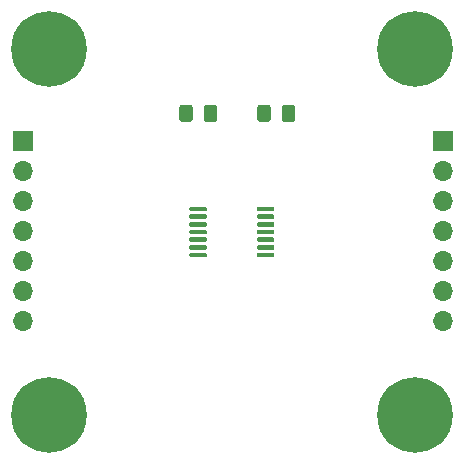
<source format=gbr>
%TF.GenerationSoftware,KiCad,Pcbnew,(5.1.10)-1*%
%TF.CreationDate,2021-11-06T00:44:08+01:00*%
%TF.ProjectId,AS5047D_breakout,41533530-3437-4445-9f62-7265616b6f75,rev?*%
%TF.SameCoordinates,Original*%
%TF.FileFunction,Soldermask,Top*%
%TF.FilePolarity,Negative*%
%FSLAX46Y46*%
G04 Gerber Fmt 4.6, Leading zero omitted, Abs format (unit mm)*
G04 Created by KiCad (PCBNEW (5.1.10)-1) date 2021-11-06 00:44:08*
%MOMM*%
%LPD*%
G01*
G04 APERTURE LIST*
%ADD10O,1.700000X1.700000*%
%ADD11R,1.700000X1.700000*%
%ADD12C,6.400000*%
G04 APERTURE END LIST*
%TO.C,C2*%
G36*
G01*
X237950000Y-97525000D02*
X237950000Y-98475000D01*
G75*
G02*
X237700000Y-98725000I-250000J0D01*
G01*
X237025000Y-98725000D01*
G75*
G02*
X236775000Y-98475000I0J250000D01*
G01*
X236775000Y-97525000D01*
G75*
G02*
X237025000Y-97275000I250000J0D01*
G01*
X237700000Y-97275000D01*
G75*
G02*
X237950000Y-97525000I0J-250000D01*
G01*
G37*
G36*
G01*
X240025000Y-97525000D02*
X240025000Y-98475000D01*
G75*
G02*
X239775000Y-98725000I-250000J0D01*
G01*
X239100000Y-98725000D01*
G75*
G02*
X238850000Y-98475000I0J250000D01*
G01*
X238850000Y-97525000D01*
G75*
G02*
X239100000Y-97275000I250000J0D01*
G01*
X239775000Y-97275000D01*
G75*
G02*
X240025000Y-97525000I0J-250000D01*
G01*
G37*
%TD*%
%TO.C,C1*%
G36*
G01*
X245450000Y-98475000D02*
X245450000Y-97525000D01*
G75*
G02*
X245700000Y-97275000I250000J0D01*
G01*
X246375000Y-97275000D01*
G75*
G02*
X246625000Y-97525000I0J-250000D01*
G01*
X246625000Y-98475000D01*
G75*
G02*
X246375000Y-98725000I-250000J0D01*
G01*
X245700000Y-98725000D01*
G75*
G02*
X245450000Y-98475000I0J250000D01*
G01*
G37*
G36*
G01*
X243375000Y-98475000D02*
X243375000Y-97525000D01*
G75*
G02*
X243625000Y-97275000I250000J0D01*
G01*
X244300000Y-97275000D01*
G75*
G02*
X244550000Y-97525000I0J-250000D01*
G01*
X244550000Y-98475000D01*
G75*
G02*
X244300000Y-98725000I-250000J0D01*
G01*
X243625000Y-98725000D01*
G75*
G02*
X243375000Y-98475000I0J250000D01*
G01*
G37*
%TD*%
D10*
%TO.C,J2*%
X259080000Y-115570000D03*
X259080000Y-113030000D03*
X259080000Y-110490000D03*
X259080000Y-107950000D03*
X259080000Y-105410000D03*
X259080000Y-102870000D03*
D11*
X259080000Y-100330000D03*
%TD*%
D10*
%TO.C,J1*%
X223520000Y-115570000D03*
X223520000Y-113030000D03*
X223520000Y-110490000D03*
X223520000Y-107950000D03*
X223520000Y-105410000D03*
X223520000Y-102870000D03*
D11*
X223520000Y-100330000D03*
%TD*%
%TO.C,U1*%
G36*
G01*
X243375000Y-106200000D02*
X243375000Y-106000000D01*
G75*
G02*
X243475000Y-105900000I100000J0D01*
G01*
X244750000Y-105900000D01*
G75*
G02*
X244850000Y-106000000I0J-100000D01*
G01*
X244850000Y-106200000D01*
G75*
G02*
X244750000Y-106300000I-100000J0D01*
G01*
X243475000Y-106300000D01*
G75*
G02*
X243375000Y-106200000I0J100000D01*
G01*
G37*
G36*
G01*
X243375000Y-106850000D02*
X243375000Y-106650000D01*
G75*
G02*
X243475000Y-106550000I100000J0D01*
G01*
X244750000Y-106550000D01*
G75*
G02*
X244850000Y-106650000I0J-100000D01*
G01*
X244850000Y-106850000D01*
G75*
G02*
X244750000Y-106950000I-100000J0D01*
G01*
X243475000Y-106950000D01*
G75*
G02*
X243375000Y-106850000I0J100000D01*
G01*
G37*
G36*
G01*
X243375000Y-107500000D02*
X243375000Y-107300000D01*
G75*
G02*
X243475000Y-107200000I100000J0D01*
G01*
X244750000Y-107200000D01*
G75*
G02*
X244850000Y-107300000I0J-100000D01*
G01*
X244850000Y-107500000D01*
G75*
G02*
X244750000Y-107600000I-100000J0D01*
G01*
X243475000Y-107600000D01*
G75*
G02*
X243375000Y-107500000I0J100000D01*
G01*
G37*
G36*
G01*
X243375000Y-108150000D02*
X243375000Y-107950000D01*
G75*
G02*
X243475000Y-107850000I100000J0D01*
G01*
X244750000Y-107850000D01*
G75*
G02*
X244850000Y-107950000I0J-100000D01*
G01*
X244850000Y-108150000D01*
G75*
G02*
X244750000Y-108250000I-100000J0D01*
G01*
X243475000Y-108250000D01*
G75*
G02*
X243375000Y-108150000I0J100000D01*
G01*
G37*
G36*
G01*
X243375000Y-108800000D02*
X243375000Y-108600000D01*
G75*
G02*
X243475000Y-108500000I100000J0D01*
G01*
X244750000Y-108500000D01*
G75*
G02*
X244850000Y-108600000I0J-100000D01*
G01*
X244850000Y-108800000D01*
G75*
G02*
X244750000Y-108900000I-100000J0D01*
G01*
X243475000Y-108900000D01*
G75*
G02*
X243375000Y-108800000I0J100000D01*
G01*
G37*
G36*
G01*
X243375000Y-109450000D02*
X243375000Y-109250000D01*
G75*
G02*
X243475000Y-109150000I100000J0D01*
G01*
X244750000Y-109150000D01*
G75*
G02*
X244850000Y-109250000I0J-100000D01*
G01*
X244850000Y-109450000D01*
G75*
G02*
X244750000Y-109550000I-100000J0D01*
G01*
X243475000Y-109550000D01*
G75*
G02*
X243375000Y-109450000I0J100000D01*
G01*
G37*
G36*
G01*
X243375000Y-110100000D02*
X243375000Y-109900000D01*
G75*
G02*
X243475000Y-109800000I100000J0D01*
G01*
X244750000Y-109800000D01*
G75*
G02*
X244850000Y-109900000I0J-100000D01*
G01*
X244850000Y-110100000D01*
G75*
G02*
X244750000Y-110200000I-100000J0D01*
G01*
X243475000Y-110200000D01*
G75*
G02*
X243375000Y-110100000I0J100000D01*
G01*
G37*
G36*
G01*
X237650000Y-110100000D02*
X237650000Y-109900000D01*
G75*
G02*
X237750000Y-109800000I100000J0D01*
G01*
X239025000Y-109800000D01*
G75*
G02*
X239125000Y-109900000I0J-100000D01*
G01*
X239125000Y-110100000D01*
G75*
G02*
X239025000Y-110200000I-100000J0D01*
G01*
X237750000Y-110200000D01*
G75*
G02*
X237650000Y-110100000I0J100000D01*
G01*
G37*
G36*
G01*
X237650000Y-109450000D02*
X237650000Y-109250000D01*
G75*
G02*
X237750000Y-109150000I100000J0D01*
G01*
X239025000Y-109150000D01*
G75*
G02*
X239125000Y-109250000I0J-100000D01*
G01*
X239125000Y-109450000D01*
G75*
G02*
X239025000Y-109550000I-100000J0D01*
G01*
X237750000Y-109550000D01*
G75*
G02*
X237650000Y-109450000I0J100000D01*
G01*
G37*
G36*
G01*
X237650000Y-108800000D02*
X237650000Y-108600000D01*
G75*
G02*
X237750000Y-108500000I100000J0D01*
G01*
X239025000Y-108500000D01*
G75*
G02*
X239125000Y-108600000I0J-100000D01*
G01*
X239125000Y-108800000D01*
G75*
G02*
X239025000Y-108900000I-100000J0D01*
G01*
X237750000Y-108900000D01*
G75*
G02*
X237650000Y-108800000I0J100000D01*
G01*
G37*
G36*
G01*
X237650000Y-108150000D02*
X237650000Y-107950000D01*
G75*
G02*
X237750000Y-107850000I100000J0D01*
G01*
X239025000Y-107850000D01*
G75*
G02*
X239125000Y-107950000I0J-100000D01*
G01*
X239125000Y-108150000D01*
G75*
G02*
X239025000Y-108250000I-100000J0D01*
G01*
X237750000Y-108250000D01*
G75*
G02*
X237650000Y-108150000I0J100000D01*
G01*
G37*
G36*
G01*
X237650000Y-107500000D02*
X237650000Y-107300000D01*
G75*
G02*
X237750000Y-107200000I100000J0D01*
G01*
X239025000Y-107200000D01*
G75*
G02*
X239125000Y-107300000I0J-100000D01*
G01*
X239125000Y-107500000D01*
G75*
G02*
X239025000Y-107600000I-100000J0D01*
G01*
X237750000Y-107600000D01*
G75*
G02*
X237650000Y-107500000I0J100000D01*
G01*
G37*
G36*
G01*
X237650000Y-106850000D02*
X237650000Y-106650000D01*
G75*
G02*
X237750000Y-106550000I100000J0D01*
G01*
X239025000Y-106550000D01*
G75*
G02*
X239125000Y-106650000I0J-100000D01*
G01*
X239125000Y-106850000D01*
G75*
G02*
X239025000Y-106950000I-100000J0D01*
G01*
X237750000Y-106950000D01*
G75*
G02*
X237650000Y-106850000I0J100000D01*
G01*
G37*
G36*
G01*
X237650000Y-106200000D02*
X237650000Y-106000000D01*
G75*
G02*
X237750000Y-105900000I100000J0D01*
G01*
X239025000Y-105900000D01*
G75*
G02*
X239125000Y-106000000I0J-100000D01*
G01*
X239125000Y-106200000D01*
G75*
G02*
X239025000Y-106300000I-100000J0D01*
G01*
X237750000Y-106300000D01*
G75*
G02*
X237650000Y-106200000I0J100000D01*
G01*
G37*
%TD*%
D12*
%TO.C,H4*%
X225750000Y-123550000D03*
%TD*%
%TO.C,H3*%
X225750000Y-92550000D03*
%TD*%
%TO.C,H2*%
X256750000Y-123550000D03*
%TD*%
%TO.C,H1*%
X256750000Y-92550000D03*
%TD*%
M02*

</source>
